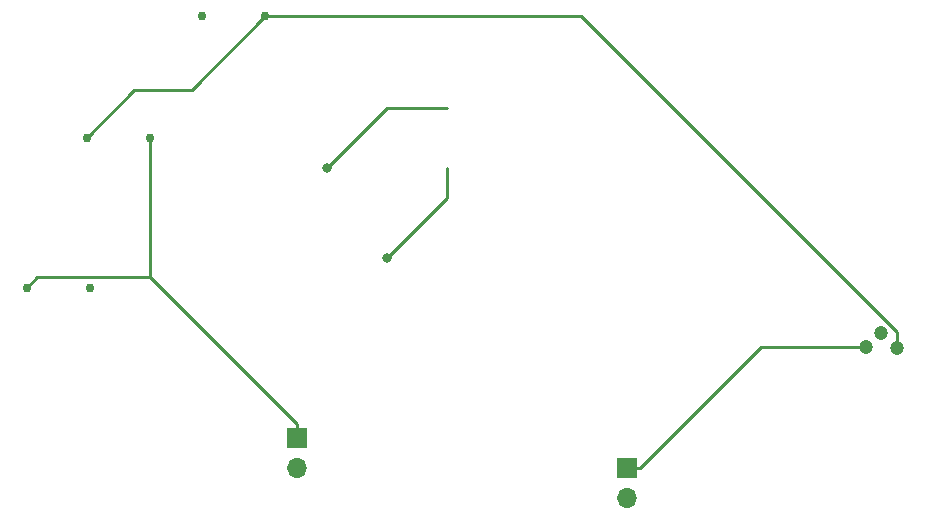
<source format=gbr>
%TF.GenerationSoftware,KiCad,Pcbnew,7.0.6*%
%TF.CreationDate,2023-07-29T19:28:03+05:30*%
%TF.ProjectId,Final_ESA_q5,46696e61-6c5f-4455-9341-5f71352e6b69,rev?*%
%TF.SameCoordinates,Original*%
%TF.FileFunction,Copper,L2,Bot*%
%TF.FilePolarity,Positive*%
%FSLAX46Y46*%
G04 Gerber Fmt 4.6, Leading zero omitted, Abs format (unit mm)*
G04 Created by KiCad (PCBNEW 7.0.6) date 2023-07-29 19:28:03*
%MOMM*%
%LPD*%
G01*
G04 APERTURE LIST*
%TA.AperFunction,ComponentPad*%
%ADD10C,0.758000*%
%TD*%
%TA.AperFunction,ComponentPad*%
%ADD11C,1.200000*%
%TD*%
%TA.AperFunction,ComponentPad*%
%ADD12R,1.700000X1.700000*%
%TD*%
%TA.AperFunction,ComponentPad*%
%ADD13O,1.700000X1.700000*%
%TD*%
%TA.AperFunction,ViaPad*%
%ADD14C,0.800000*%
%TD*%
%TA.AperFunction,Conductor*%
%ADD15C,0.250000*%
%TD*%
G04 APERTURE END LIST*
D10*
%TO.P,R2,1*%
%TO.N,GND*%
X83819985Y-81280013D03*
%TO.P,R2,2*%
%TO.N,Net-(R2-Pad2)*%
X89155294Y-81292194D03*
%TD*%
%TO.P,R1,1*%
%TO.N,Net-(Q1-E)*%
X88899985Y-68580013D03*
%TO.P,R1,2*%
%TO.N,GND*%
X94235294Y-68592194D03*
%TD*%
D11*
%TO.P,Q1,1,C*%
%TO.N,Net-(J2-Pin_1)*%
X154907212Y-86353420D03*
%TO.P,Q1,2,B*%
%TO.N,Net-(Q1-B)*%
X156183740Y-85096632D03*
%TO.P,Q1,3,E*%
%TO.N,Net-(Q1-E)*%
X157480008Y-86360000D03*
%TD*%
D12*
%TO.P,J1,1,Pin_1*%
%TO.N,GND*%
X106680000Y-93980000D03*
D13*
%TO.P,J1,2,Pin_2*%
%TO.N,Net-(J1-Pin_2)*%
X106680000Y-96520000D03*
%TD*%
D10*
%TO.P,C1,1*%
%TO.N,Net-(Q1-B)*%
X98713385Y-58316513D03*
%TO.P,C1,2*%
%TO.N,Net-(Q1-E)*%
X104048694Y-58328694D03*
%TD*%
D12*
%TO.P,J2,1,Pin_1*%
%TO.N,Net-(J2-Pin_1)*%
X134620000Y-96520000D03*
D13*
%TO.P,J2,2,Pin_2*%
%TO.N,GND*%
X134620000Y-99060000D03*
%TD*%
D14*
%TO.N,Net-(Q1-E)*%
X109220000Y-71120000D03*
%TO.N,Net-(R2-Pad2)*%
X114300000Y-78740000D03*
X114300000Y-78740000D03*
%TD*%
D15*
%TO.N,Net-(Q1-E)*%
X92918400Y-64561600D02*
X88900000Y-68580000D01*
X104048700Y-58328700D02*
X97815800Y-64561600D01*
X157480000Y-85075400D02*
X130733300Y-58328700D01*
X157480000Y-86360000D02*
X157480000Y-85075400D01*
X130733300Y-58328700D02*
X104048700Y-58328700D01*
X114300000Y-66040000D02*
X119380000Y-66040000D01*
X97815800Y-64561600D02*
X92918400Y-64561600D01*
X109220000Y-71120000D02*
X114300000Y-66040000D01*
%TO.N,GND*%
X106680000Y-93980000D02*
X106680000Y-92803100D01*
X94235300Y-80358400D02*
X84741600Y-80358400D01*
X94235300Y-80358400D02*
X94235300Y-68592200D01*
X106680000Y-92803100D02*
X94235300Y-80358400D01*
X84741600Y-80358400D02*
X83820000Y-81280000D01*
%TO.N,Net-(J2-Pin_1)*%
X145963500Y-86353400D02*
X154907200Y-86353400D01*
X134620000Y-96520000D02*
X135796900Y-96520000D01*
X135796900Y-96520000D02*
X145963500Y-86353400D01*
%TO.N,Net-(R2-Pad2)*%
X119380000Y-73660000D02*
X119380000Y-71120000D01*
X114300000Y-78740000D02*
X119380000Y-73660000D01*
%TD*%
M02*

</source>
